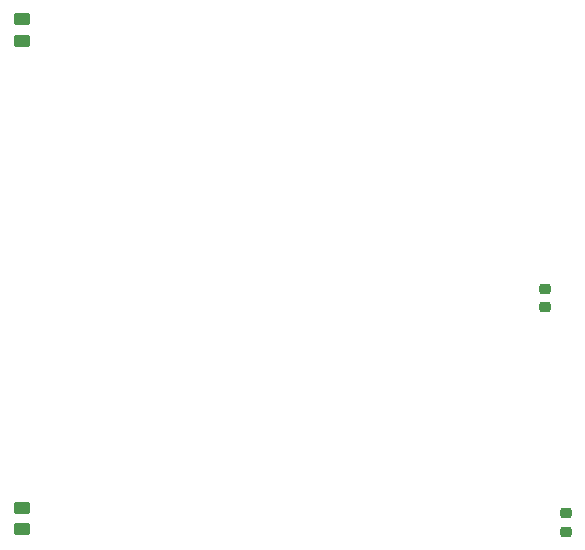
<source format=gbp>
%TF.GenerationSoftware,KiCad,Pcbnew,8.0.5*%
%TF.CreationDate,2024-10-30T11:13:14-05:00*%
%TF.ProjectId,DataAcq-EnvironmentBoard,44617461-4163-4712-9d45-6e7669726f6e,rev?*%
%TF.SameCoordinates,Original*%
%TF.FileFunction,Paste,Bot*%
%TF.FilePolarity,Positive*%
%FSLAX46Y46*%
G04 Gerber Fmt 4.6, Leading zero omitted, Abs format (unit mm)*
G04 Created by KiCad (PCBNEW 8.0.5) date 2024-10-30 11:13:14*
%MOMM*%
%LPD*%
G01*
G04 APERTURE LIST*
G04 Aperture macros list*
%AMRoundRect*
0 Rectangle with rounded corners*
0 $1 Rounding radius*
0 $2 $3 $4 $5 $6 $7 $8 $9 X,Y pos of 4 corners*
0 Add a 4 corners polygon primitive as box body*
4,1,4,$2,$3,$4,$5,$6,$7,$8,$9,$2,$3,0*
0 Add four circle primitives for the rounded corners*
1,1,$1+$1,$2,$3*
1,1,$1+$1,$4,$5*
1,1,$1+$1,$6,$7*
1,1,$1+$1,$8,$9*
0 Add four rect primitives between the rounded corners*
20,1,$1+$1,$2,$3,$4,$5,0*
20,1,$1+$1,$4,$5,$6,$7,0*
20,1,$1+$1,$6,$7,$8,$9,0*
20,1,$1+$1,$8,$9,$2,$3,0*%
G04 Aperture macros list end*
%ADD10RoundRect,0.250000X-0.450000X0.262500X-0.450000X-0.262500X0.450000X-0.262500X0.450000X0.262500X0*%
%ADD11RoundRect,0.218750X-0.256250X0.218750X-0.256250X-0.218750X0.256250X-0.218750X0.256250X0.218750X0*%
G04 APERTURE END LIST*
D10*
%TO.C,R2*%
X141750000Y-119963870D03*
X141750000Y-121788870D03*
%TD*%
%TO.C,R3*%
X141750000Y-78611370D03*
X141750000Y-80436370D03*
%TD*%
D11*
%TO.C,F3*%
X186000000Y-101412500D03*
X186000000Y-102987500D03*
%TD*%
%TO.C,F1*%
X187750000Y-120412500D03*
X187750000Y-121987500D03*
%TD*%
M02*

</source>
